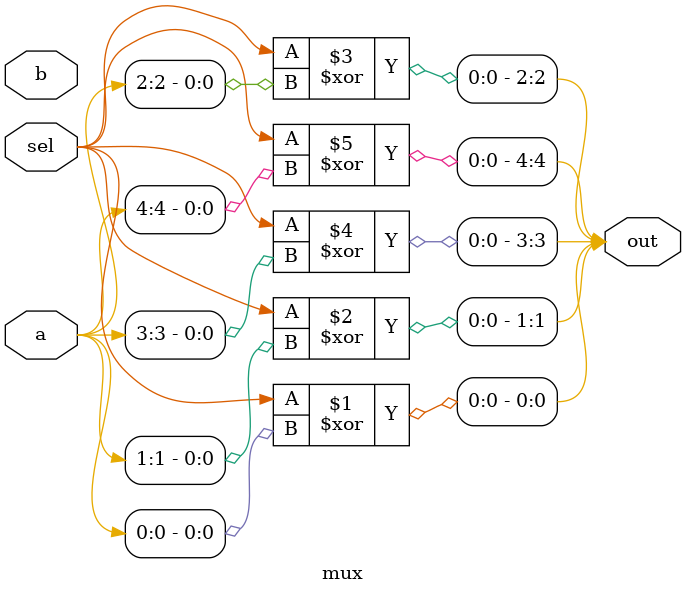
<source format=v>
module mux( 
input [4:0] a, b,
input sel,
output [4:0] out );
// When sel=0, assign a to out. 
// When sel=1, assign b to out.
assign out[0] = sel ^ a[0];
assign out[1] = sel ^ a[1];
assign out[2] = sel ^ a[2];
assign out[3] = sel ^ a[3];
assign out[4] = sel ^ a[4];
endmodule

</source>
